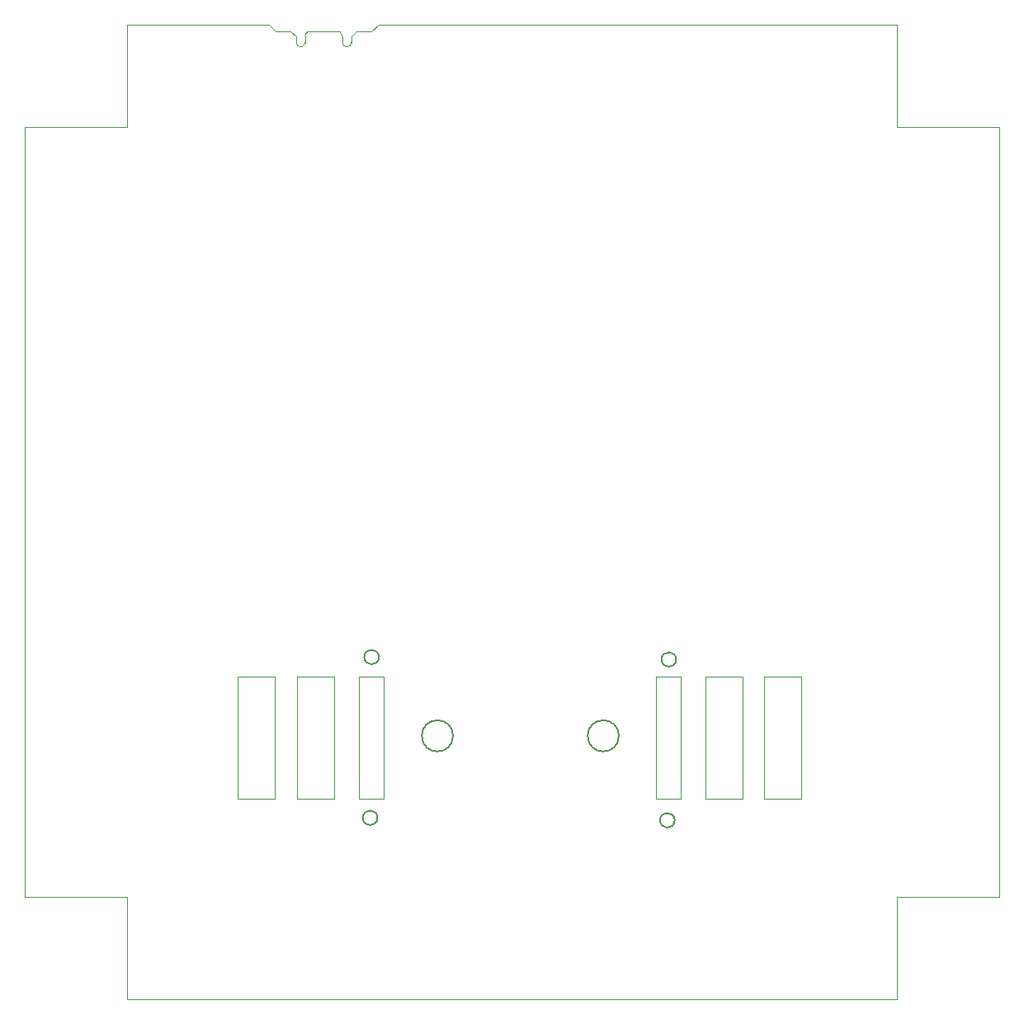
<source format=gbr>
%TF.GenerationSoftware,KiCad,Pcbnew,(6.0.7)*%
%TF.CreationDate,2023-03-27T22:24:36-07:00*%
%TF.ProjectId,FC_Board_v1,46435f42-6f61-4726-945f-76312e6b6963,rev?*%
%TF.SameCoordinates,Original*%
%TF.FileFunction,Profile,NP*%
%FSLAX46Y46*%
G04 Gerber Fmt 4.6, Leading zero omitted, Abs format (unit mm)*
G04 Created by KiCad (PCBNEW (6.0.7)) date 2023-03-27 22:24:36*
%MOMM*%
%LPD*%
G01*
G04 APERTURE LIST*
%TA.AperFunction,Profile*%
%ADD10C,0.100000*%
%TD*%
%TA.AperFunction,Profile*%
%ADD11C,0.050000*%
%TD*%
%TA.AperFunction,Profile*%
%ADD12C,0.150000*%
%TD*%
%TA.AperFunction,Profile*%
%ADD13C,0.010000*%
%TD*%
%TA.AperFunction,Profile*%
%ADD14C,0.120000*%
%TD*%
G04 APERTURE END LIST*
D10*
X205046200Y-162217200D02*
X126046200Y-162217200D01*
X126046200Y-62217200D02*
X140145800Y-62217200D01*
D11*
X205046200Y-62217200D02*
X205046200Y-72717200D01*
X205046200Y-151717200D02*
X205046200Y-162217200D01*
X205046200Y-72717200D02*
X215546200Y-72717200D01*
D10*
X205046200Y-62217200D02*
X151845800Y-62217200D01*
D11*
X215546200Y-151717200D02*
X205046200Y-151717200D01*
X115546200Y-72717200D02*
X126046200Y-72717200D01*
X126046200Y-72717200D02*
X126046200Y-62217200D01*
X215546200Y-72717200D02*
X215546200Y-151717200D01*
X126046200Y-162217200D02*
X126046200Y-151717200D01*
X126046200Y-151717200D02*
X115546200Y-151717200D01*
X115546200Y-151717200D02*
X115546200Y-72717200D01*
D12*
X151745800Y-143619400D02*
G75*
G03*
X151745800Y-143619400I-750000J0D01*
G01*
X151895800Y-127119400D02*
G75*
G03*
X151895800Y-127119400I-750000J0D01*
G01*
D11*
X147320000Y-141619400D02*
X147320000Y-129124200D01*
X182880000Y-141619400D02*
X182880000Y-129119400D01*
X149860000Y-141619400D02*
X149860000Y-129119400D01*
X149860000Y-129119400D02*
X152400000Y-129119400D01*
D10*
X151845800Y-62217200D02*
X151135800Y-62916900D01*
D11*
X141245800Y-129121800D02*
X137435800Y-129117000D01*
X180340000Y-129119400D02*
X180340000Y-141619400D01*
X143510000Y-129119400D02*
X143495800Y-141619400D01*
X152400000Y-129119400D02*
X152400000Y-141619400D01*
X189230000Y-129119400D02*
X185420000Y-129119400D01*
X191445800Y-129119400D02*
X191445800Y-141619400D01*
X141245800Y-141617000D02*
X141245800Y-129121800D01*
X191445800Y-141619400D02*
X195255800Y-141619400D01*
X195255800Y-129119400D02*
X191445800Y-129119400D01*
D12*
X182395800Y-127369400D02*
G75*
G03*
X182395800Y-127369400I-750000J0D01*
G01*
D11*
X137435800Y-129117000D02*
X137421600Y-141617000D01*
X182880000Y-129119400D02*
X180340000Y-129119400D01*
D12*
X159502000Y-135204200D02*
G75*
G03*
X159502000Y-135204200I-1600000J0D01*
G01*
D11*
X195255800Y-141619400D02*
X195255800Y-129119400D01*
D12*
X182245800Y-143869400D02*
G75*
G03*
X182245800Y-143869400I-750000J0D01*
G01*
X176520000Y-135204201D02*
G75*
G03*
X176520000Y-135204201I-1600000J0D01*
G01*
D11*
X189230000Y-141619400D02*
X189230000Y-129119400D01*
D10*
X140638300Y-62219400D02*
X140145800Y-62217200D01*
D11*
X180340000Y-141619400D02*
X182880000Y-141619400D01*
X147320000Y-129124200D02*
X143510000Y-129119400D01*
X185420000Y-129119400D02*
X185420000Y-141619400D01*
D10*
X141335800Y-62916900D02*
X142835800Y-62916900D01*
D11*
X143495800Y-141619400D02*
X147320000Y-141619400D01*
X152400000Y-141619400D02*
X149860000Y-141619400D01*
X137421600Y-141617000D02*
X141245800Y-141617000D01*
D10*
X141335800Y-62916900D02*
X140638300Y-62219400D01*
D11*
X185420000Y-141619400D02*
X189230000Y-141619400D01*
D13*
%TO.C,X1*%
X149635800Y-62916900D02*
X149060800Y-63416900D01*
X146235800Y-62916900D02*
X144935800Y-62916900D01*
X146235800Y-62916900D02*
X147535800Y-62916900D01*
X148160800Y-64066900D02*
X148160800Y-63416900D01*
X144310800Y-64066900D02*
X144310800Y-63416900D01*
X142835800Y-62916900D02*
X143410800Y-63416900D01*
X151135800Y-62916900D02*
X149635800Y-62916900D01*
X143410800Y-64066900D02*
X143410800Y-63416900D01*
X149060800Y-64066900D02*
X149060800Y-63416900D01*
D14*
X147535800Y-62916900D02*
X147926234Y-62928857D01*
X144935800Y-62916900D02*
X144635800Y-62916900D01*
D13*
X148160800Y-64066900D02*
G75*
G03*
X149060800Y-64066900I450000J0D01*
G01*
D14*
X148160800Y-63416900D02*
G75*
G03*
X147926234Y-62928857I-625000J0D01*
G01*
D13*
X143410800Y-64066900D02*
G75*
G03*
X144310800Y-64066900I450000J0D01*
G01*
D14*
X144635800Y-62916900D02*
G75*
G03*
X144310800Y-63416900I386213J-606663D01*
G01*
%TD*%
M02*

</source>
